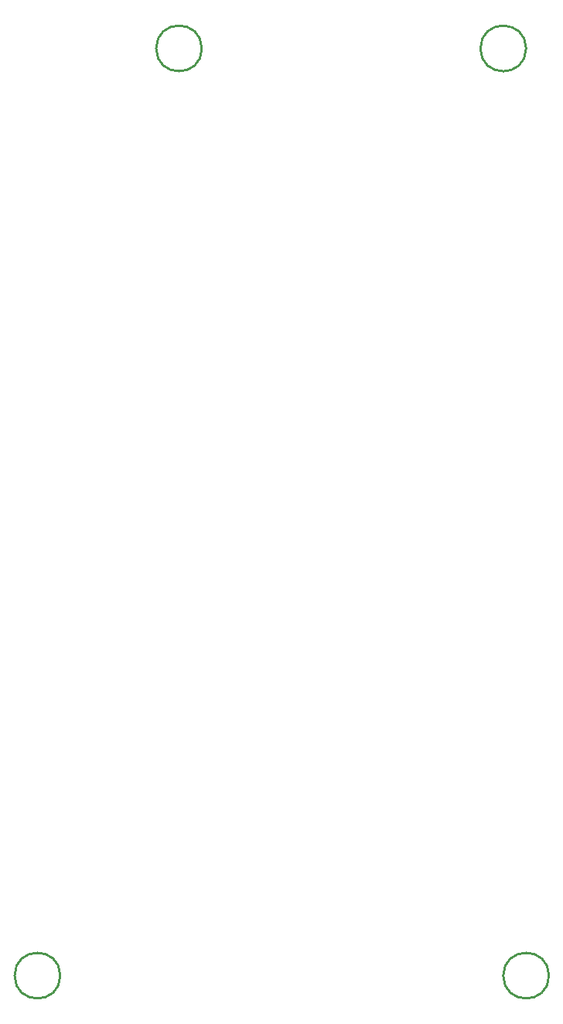
<source format=gbr>
%TF.GenerationSoftware,Altium Limited,Altium Designer,21.0.4 (50)*%
G04 Layer_Color=0*
%FSLAX25Y25*%
%MOIN*%
%TF.SameCoordinates,7C4F9ACF-F1D8-4562-922E-26F05696B097*%
%TF.FilePolarity,Positive*%
%TF.FileFunction,Keep-out,Top*%
%TF.Part,Single*%
G01*
G75*
%TA.AperFunction,NonConductor*%
%ADD51C,0.01000*%
D51*
X226378Y470472D02*
G03*
X226378Y470472I-9843J0D01*
G01*
X86614D02*
G03*
X86614Y470472I-9843J0D01*
G01*
X25591Y70866D02*
G03*
X25591Y70866I-9843J0D01*
G01*
X236221D02*
G03*
X236221Y70866I-9843J0D01*
G01*
%TF.MD5,5d153e3347193dd4b59de4f27fadffbd*%
M02*

</source>
